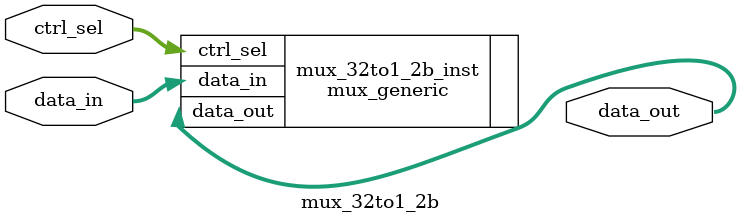
<source format=v>
module mux_32to1_2b( input wire [63:0] data_in,
						input wire [4:0] ctrl_sel,
						output wire [1:0] data_out );

  mux_generic #(.BUS_WIDTH(2), .SEL(5)) mux_32to1_2b_inst(.data_in(data_in),
														  .ctrl_sel(ctrl_sel),
														  .data_out(data_out));
endmodule // mux_generic_top

</source>
